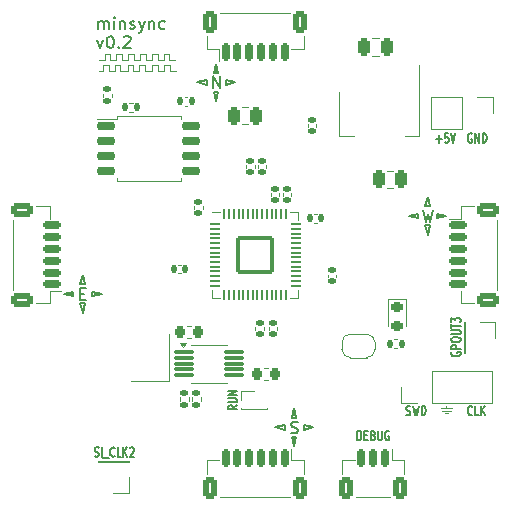
<source format=gto>
G04 #@! TF.GenerationSoftware,KiCad,Pcbnew,8.0.7*
G04 #@! TF.CreationDate,2025-03-19T21:21:16+01:00*
G04 #@! TF.ProjectId,RP2040_minimal_r2,52503230-3430-45f6-9d69-6e696d616c5f,REV2*
G04 #@! TF.SameCoordinates,Original*
G04 #@! TF.FileFunction,Legend,Top*
G04 #@! TF.FilePolarity,Positive*
%FSLAX46Y46*%
G04 Gerber Fmt 4.6, Leading zero omitted, Abs format (unit mm)*
G04 Created by KiCad (PCBNEW 8.0.7) date 2025-03-19 21:21:16*
%MOMM*%
%LPD*%
G01*
G04 APERTURE LIST*
G04 Aperture macros list*
%AMRoundRect*
0 Rectangle with rounded corners*
0 $1 Rounding radius*
0 $2 $3 $4 $5 $6 $7 $8 $9 X,Y pos of 4 corners*
0 Add a 4 corners polygon primitive as box body*
4,1,4,$2,$3,$4,$5,$6,$7,$8,$9,$2,$3,0*
0 Add four circle primitives for the rounded corners*
1,1,$1+$1,$2,$3*
1,1,$1+$1,$4,$5*
1,1,$1+$1,$6,$7*
1,1,$1+$1,$8,$9*
0 Add four rect primitives between the rounded corners*
20,1,$1+$1,$2,$3,$4,$5,0*
20,1,$1+$1,$4,$5,$6,$7,0*
20,1,$1+$1,$6,$7,$8,$9,0*
20,1,$1+$1,$8,$9,$2,$3,0*%
%AMHorizOval*
0 Thick line with rounded ends*
0 $1 width*
0 $2 $3 position (X,Y) of the first rounded end (center of the circle)*
0 $4 $5 position (X,Y) of the second rounded end (center of the circle)*
0 Add line between two ends*
20,1,$1,$2,$3,$4,$5,0*
0 Add two circle primitives to create the rounded ends*
1,1,$1,$2,$3*
1,1,$1,$4,$5*%
%AMRotRect*
0 Rectangle, with rotation*
0 The origin of the aperture is its center*
0 $1 length*
0 $2 width*
0 $3 Rotation angle, in degrees counterclockwise*
0 Add horizontal line*
21,1,$1,$2,0,0,$3*%
%AMFreePoly0*
4,1,19,0.500000,-0.750000,0.000000,-0.750000,0.000000,-0.744911,-0.071157,-0.744911,-0.207708,-0.704816,-0.327430,-0.627875,-0.420627,-0.520320,-0.479746,-0.390866,-0.500000,-0.250000,-0.500000,0.250000,-0.479746,0.390866,-0.420627,0.520320,-0.327430,0.627875,-0.207708,0.704816,-0.071157,0.744911,0.000000,0.744911,0.000000,0.750000,0.500000,0.750000,0.500000,-0.750000,0.500000,-0.750000,
$1*%
%AMFreePoly1*
4,1,19,0.000000,0.744911,0.071157,0.744911,0.207708,0.704816,0.327430,0.627875,0.420627,0.520320,0.479746,0.390866,0.500000,0.250000,0.500000,-0.250000,0.479746,-0.390866,0.420627,-0.520320,0.327430,-0.627875,0.207708,-0.704816,0.071157,-0.744911,0.000000,-0.744911,0.000000,-0.750000,-0.500000,-0.750000,-0.500000,0.750000,0.000000,0.750000,0.000000,0.744911,0.000000,0.744911,
$1*%
G04 Aperture macros list end*
%ADD10C,0.120000*%
%ADD11C,0.150000*%
%ADD12RoundRect,0.250000X-0.250000X-0.475000X0.250000X-0.475000X0.250000X0.475000X-0.250000X0.475000X0*%
%ADD13RoundRect,0.140000X0.170000X-0.140000X0.170000X0.140000X-0.170000X0.140000X-0.170000X-0.140000X0*%
%ADD14RoundRect,0.140000X0.140000X0.170000X-0.140000X0.170000X-0.140000X-0.170000X0.140000X-0.170000X0*%
%ADD15RoundRect,0.135000X0.135000X0.185000X-0.135000X0.185000X-0.135000X-0.185000X0.135000X-0.185000X0*%
%ADD16R,1.500000X2.000000*%
%ADD17R,3.800000X2.000000*%
%ADD18RoundRect,0.150000X-0.650000X-0.150000X0.650000X-0.150000X0.650000X0.150000X-0.650000X0.150000X0*%
%ADD19RoundRect,0.135000X0.185000X-0.135000X0.185000X0.135000X-0.185000X0.135000X-0.185000X-0.135000X0*%
%ADD20RoundRect,0.140000X-0.170000X0.140000X-0.170000X-0.140000X0.170000X-0.140000X0.170000X0.140000X0*%
%ADD21RoundRect,0.050000X-0.387500X-0.050000X0.387500X-0.050000X0.387500X0.050000X-0.387500X0.050000X0*%
%ADD22RoundRect,0.050000X-0.050000X-0.387500X0.050000X-0.387500X0.050000X0.387500X-0.050000X0.387500X0*%
%ADD23RoundRect,0.144000X-1.456000X-1.456000X1.456000X-1.456000X1.456000X1.456000X-1.456000X1.456000X0*%
%ADD24C,2.700000*%
%ADD25RoundRect,0.140000X-0.140000X-0.170000X0.140000X-0.170000X0.140000X0.170000X-0.140000X0.170000X0*%
%ADD26C,1.500000*%
%ADD27RoundRect,0.150000X0.150000X0.625000X-0.150000X0.625000X-0.150000X-0.625000X0.150000X-0.625000X0*%
%ADD28RoundRect,0.250000X0.350000X0.650000X-0.350000X0.650000X-0.350000X-0.650000X0.350000X-0.650000X0*%
%ADD29C,1.700000*%
%ADD30FreePoly0,180.000000*%
%ADD31FreePoly1,180.000000*%
%ADD32R,1.200000X1.400000*%
%ADD33RoundRect,0.135000X-0.185000X0.135000X-0.185000X-0.135000X0.185000X-0.135000X0.185000X0.135000X0*%
%ADD34RoundRect,0.218750X-0.256250X0.218750X-0.256250X-0.218750X0.256250X-0.218750X0.256250X0.218750X0*%
%ADD35R,1.000000X1.000000*%
%ADD36RoundRect,0.225000X-0.225000X-0.250000X0.225000X-0.250000X0.225000X0.250000X-0.225000X0.250000X0*%
%ADD37RoundRect,0.150000X0.625000X-0.150000X0.625000X0.150000X-0.625000X0.150000X-0.625000X-0.150000X0*%
%ADD38RoundRect,0.250000X0.650000X-0.350000X0.650000X0.350000X-0.650000X0.350000X-0.650000X-0.350000X0*%
%ADD39R,1.700000X1.700000*%
%ADD40O,1.700000X1.700000*%
%ADD41RoundRect,0.150000X-0.625000X0.150000X-0.625000X-0.150000X0.625000X-0.150000X0.625000X0.150000X0*%
%ADD42RoundRect,0.250000X-0.650000X0.350000X-0.650000X-0.350000X0.650000X-0.350000X0.650000X0.350000X0*%
%ADD43R,0.750000X1.000000*%
%ADD44RoundRect,0.087500X-0.725000X-0.087500X0.725000X-0.087500X0.725000X0.087500X-0.725000X0.087500X0*%
%ADD45RoundRect,0.150000X-0.150000X-0.625000X0.150000X-0.625000X0.150000X0.625000X-0.150000X0.625000X0*%
%ADD46RoundRect,0.250000X-0.350000X-0.650000X0.350000X-0.650000X0.350000X0.650000X-0.350000X0.650000X0*%
%ADD47RotRect,1.700000X1.700000X225.000000*%
%ADD48HorizOval,1.700000X0.000000X0.000000X0.000000X0.000000X0*%
%ADD49C,0.600000*%
G04 APERTURE END LIST*
D10*
X91300000Y-83900000D02*
X91800000Y-83900000D01*
X89750000Y-83500000D02*
X90250000Y-83500000D01*
X89750000Y-83000000D02*
X89750000Y-83500000D01*
X90250000Y-83500000D02*
X90250000Y-83000000D01*
X86750000Y-83500000D02*
X87250000Y-83500000D01*
D11*
X95900000Y-85600000D02*
X95100000Y-85400000D01*
X95900000Y-85200000D01*
X95900000Y-85600000D01*
D10*
X92250000Y-83500000D02*
X92250000Y-83000000D01*
D11*
X96900000Y-84600000D02*
X96500000Y-84600000D01*
X96700000Y-83800000D01*
X96900000Y-84600000D01*
G36*
X96900000Y-84600000D02*
G01*
X96500000Y-84600000D01*
X96700000Y-83800000D01*
X96900000Y-84600000D01*
G37*
D10*
X90800000Y-84400000D02*
X91300000Y-84400000D01*
X92300000Y-84400000D02*
X92300000Y-83900000D01*
X91250000Y-83500000D02*
X91250000Y-83000000D01*
X88700000Y-84400000D02*
X89200000Y-84400000D01*
X88750000Y-83500000D02*
X89250000Y-83500000D01*
D11*
X116200000Y-96700000D02*
X115400000Y-96900000D01*
X115400000Y-96500000D01*
X116200000Y-96700000D01*
G36*
X116200000Y-96700000D02*
G01*
X115400000Y-96900000D01*
X115400000Y-96500000D01*
X116200000Y-96700000D01*
G37*
D10*
X90200000Y-83900000D02*
X90700000Y-83900000D01*
X116200000Y-112800000D02*
X116200000Y-113000000D01*
X88250000Y-83000000D02*
X88750000Y-83000000D01*
D11*
X87000000Y-103300000D02*
X86200000Y-103500000D01*
X86200000Y-103100000D01*
X87000000Y-103300000D01*
D10*
X92750000Y-83000000D02*
X92750000Y-83500000D01*
X86750000Y-84400000D02*
X87100000Y-84400000D01*
X91750000Y-83000000D02*
X91750000Y-83500000D01*
X90750000Y-83500000D02*
X91250000Y-83500000D01*
X92300000Y-83900000D02*
X92800000Y-83900000D01*
X89250000Y-83500000D02*
X89250000Y-83000000D01*
X87600000Y-83900000D02*
X87600000Y-84400000D01*
X91250000Y-83000000D02*
X91750000Y-83000000D01*
X88600000Y-83900000D02*
X88600000Y-84400000D01*
X90250000Y-83000000D02*
X90750000Y-83000000D01*
X87100000Y-83900000D02*
X87600000Y-83900000D01*
X89700000Y-84400000D02*
X90200000Y-84400000D01*
X116075000Y-113400000D02*
X116325000Y-113400000D01*
D11*
X85600000Y-102500000D02*
X85200000Y-102500000D01*
X85400000Y-101700000D01*
X85600000Y-102500000D01*
D10*
X87250000Y-83000000D02*
X87750000Y-83000000D01*
X89200000Y-83900000D02*
X89700000Y-83900000D01*
X90750000Y-83000000D02*
X90750000Y-83500000D01*
D11*
X85400000Y-104900000D02*
X85200000Y-104100000D01*
X85600000Y-104100000D01*
X85400000Y-104900000D01*
D10*
X88750000Y-83000000D02*
X88750000Y-83500000D01*
X92250000Y-83000000D02*
X92750000Y-83000000D01*
X92800000Y-84400000D02*
X93300000Y-84400000D01*
X90700000Y-83900000D02*
X90700000Y-84400000D01*
D11*
X84600000Y-103500000D02*
X83800000Y-103300000D01*
X84600000Y-103100000D01*
X84600000Y-103500000D01*
G36*
X84600000Y-103500000D02*
G01*
X83800000Y-103300000D01*
X84600000Y-103100000D01*
X84600000Y-103500000D01*
G37*
D10*
X88250000Y-83500000D02*
X88250000Y-83000000D01*
D11*
X114600000Y-98300000D02*
X114400000Y-97500000D01*
X114800000Y-97500000D01*
X114600000Y-98300000D01*
X98300000Y-85400000D02*
X97500000Y-85600000D01*
X97500000Y-85200000D01*
X98300000Y-85400000D01*
D10*
X88700000Y-84400000D02*
X88600000Y-84400000D01*
D11*
X96700000Y-87000000D02*
X96500000Y-86200000D01*
X96900000Y-86200000D01*
X96700000Y-87000000D01*
D10*
X89700000Y-83900000D02*
X89700000Y-84400000D01*
X87600000Y-84400000D02*
X88100000Y-84400000D01*
X91750000Y-83500000D02*
X92250000Y-83500000D01*
X116200000Y-113000000D02*
X115700000Y-113000000D01*
X116200000Y-113000000D02*
X116700000Y-113000000D01*
X89250000Y-83000000D02*
X89750000Y-83000000D01*
X87250000Y-83500000D02*
X87250000Y-83000000D01*
X91800000Y-84400000D02*
X92300000Y-84400000D01*
X87750000Y-83500000D02*
X88250000Y-83500000D01*
D11*
X114800000Y-95900000D02*
X114400000Y-95900000D01*
X114600000Y-95100000D01*
X114800000Y-95900000D01*
D10*
X92750000Y-83500000D02*
X93250000Y-83500000D01*
X89200000Y-84400000D02*
X89200000Y-83900000D01*
D11*
X102500000Y-114800000D02*
X101700000Y-114600000D01*
X102500000Y-114400000D01*
X102500000Y-114800000D01*
D10*
X87100000Y-84400000D02*
X87100000Y-83900000D01*
X92800000Y-83900000D02*
X92800000Y-84400000D01*
X88100000Y-84400000D02*
X88100000Y-83900000D01*
X115850000Y-113200000D02*
X116550000Y-113200000D01*
D11*
X103300000Y-116200000D02*
X103100000Y-115400000D01*
X103500000Y-115400000D01*
X103300000Y-116200000D01*
G36*
X103300000Y-116200000D02*
G01*
X103100000Y-115400000D01*
X103500000Y-115400000D01*
X103300000Y-116200000D01*
G37*
D10*
X91800000Y-83900000D02*
X91800000Y-84400000D01*
D11*
X104900000Y-114600000D02*
X104100000Y-114800000D01*
X104100000Y-114400000D01*
X104900000Y-114600000D01*
X113800000Y-96900000D02*
X113000000Y-96700000D01*
X113800000Y-96500000D01*
X113800000Y-96900000D01*
X103500000Y-113800000D02*
X103100000Y-113800000D01*
X103300000Y-113000000D01*
X103500000Y-113800000D01*
D10*
X90800000Y-84400000D02*
X90700000Y-84400000D01*
X90200000Y-84400000D02*
X90200000Y-83900000D01*
X91300000Y-84400000D02*
X91300000Y-83900000D01*
X87750000Y-83000000D02*
X87750000Y-83500000D01*
X88100000Y-83900000D02*
X88600000Y-83900000D01*
D11*
X98494295Y-112742856D02*
X98113342Y-112942856D01*
X98494295Y-113085713D02*
X97694295Y-113085713D01*
X97694295Y-113085713D02*
X97694295Y-112857142D01*
X97694295Y-112857142D02*
X97732390Y-112799999D01*
X97732390Y-112799999D02*
X97770485Y-112771428D01*
X97770485Y-112771428D02*
X97846676Y-112742856D01*
X97846676Y-112742856D02*
X97960961Y-112742856D01*
X97960961Y-112742856D02*
X98037152Y-112771428D01*
X98037152Y-112771428D02*
X98075247Y-112799999D01*
X98075247Y-112799999D02*
X98113342Y-112857142D01*
X98113342Y-112857142D02*
X98113342Y-113085713D01*
X97694295Y-112485713D02*
X98341914Y-112485713D01*
X98341914Y-112485713D02*
X98418104Y-112457142D01*
X98418104Y-112457142D02*
X98456200Y-112428571D01*
X98456200Y-112428571D02*
X98494295Y-112371428D01*
X98494295Y-112371428D02*
X98494295Y-112257142D01*
X98494295Y-112257142D02*
X98456200Y-112199999D01*
X98456200Y-112199999D02*
X98418104Y-112171428D01*
X98418104Y-112171428D02*
X98341914Y-112142856D01*
X98341914Y-112142856D02*
X97694295Y-112142856D01*
X98494295Y-111857142D02*
X97694295Y-111857142D01*
X97694295Y-111857142D02*
X98494295Y-111514285D01*
X98494295Y-111514285D02*
X97694295Y-111514285D01*
X86412969Y-117056200D02*
X86498684Y-117094295D01*
X86498684Y-117094295D02*
X86641541Y-117094295D01*
X86641541Y-117094295D02*
X86698684Y-117056200D01*
X86698684Y-117056200D02*
X86727255Y-117018104D01*
X86727255Y-117018104D02*
X86755826Y-116941914D01*
X86755826Y-116941914D02*
X86755826Y-116865723D01*
X86755826Y-116865723D02*
X86727255Y-116789533D01*
X86727255Y-116789533D02*
X86698684Y-116751438D01*
X86698684Y-116751438D02*
X86641541Y-116713342D01*
X86641541Y-116713342D02*
X86527255Y-116675247D01*
X86527255Y-116675247D02*
X86470112Y-116637152D01*
X86470112Y-116637152D02*
X86441541Y-116599057D01*
X86441541Y-116599057D02*
X86412969Y-116522866D01*
X86412969Y-116522866D02*
X86412969Y-116446676D01*
X86412969Y-116446676D02*
X86441541Y-116370485D01*
X86441541Y-116370485D02*
X86470112Y-116332390D01*
X86470112Y-116332390D02*
X86527255Y-116294295D01*
X86527255Y-116294295D02*
X86670112Y-116294295D01*
X86670112Y-116294295D02*
X86755826Y-116332390D01*
X87012970Y-117094295D02*
X87012970Y-116294295D01*
X87155827Y-117170485D02*
X87612969Y-117170485D01*
X88098684Y-117018104D02*
X88070112Y-117056200D01*
X88070112Y-117056200D02*
X87984398Y-117094295D01*
X87984398Y-117094295D02*
X87927255Y-117094295D01*
X87927255Y-117094295D02*
X87841541Y-117056200D01*
X87841541Y-117056200D02*
X87784398Y-116980009D01*
X87784398Y-116980009D02*
X87755827Y-116903819D01*
X87755827Y-116903819D02*
X87727255Y-116751438D01*
X87727255Y-116751438D02*
X87727255Y-116637152D01*
X87727255Y-116637152D02*
X87755827Y-116484771D01*
X87755827Y-116484771D02*
X87784398Y-116408580D01*
X87784398Y-116408580D02*
X87841541Y-116332390D01*
X87841541Y-116332390D02*
X87927255Y-116294295D01*
X87927255Y-116294295D02*
X87984398Y-116294295D01*
X87984398Y-116294295D02*
X88070112Y-116332390D01*
X88070112Y-116332390D02*
X88098684Y-116370485D01*
X88641541Y-117094295D02*
X88355827Y-117094295D01*
X88355827Y-117094295D02*
X88355827Y-116294295D01*
X88841541Y-117094295D02*
X88841541Y-116294295D01*
X89184398Y-117094295D02*
X88927255Y-116637152D01*
X89184398Y-116294295D02*
X88841541Y-116751438D01*
X89412969Y-116370485D02*
X89441541Y-116332390D01*
X89441541Y-116332390D02*
X89498684Y-116294295D01*
X89498684Y-116294295D02*
X89641541Y-116294295D01*
X89641541Y-116294295D02*
X89698684Y-116332390D01*
X89698684Y-116332390D02*
X89727255Y-116370485D01*
X89727255Y-116370485D02*
X89755826Y-116446676D01*
X89755826Y-116446676D02*
X89755826Y-116522866D01*
X89755826Y-116522866D02*
X89727255Y-116637152D01*
X89727255Y-116637152D02*
X89384398Y-117094295D01*
X89384398Y-117094295D02*
X89755826Y-117094295D01*
X112812969Y-113556200D02*
X112898684Y-113594295D01*
X112898684Y-113594295D02*
X113041541Y-113594295D01*
X113041541Y-113594295D02*
X113098684Y-113556200D01*
X113098684Y-113556200D02*
X113127255Y-113518104D01*
X113127255Y-113518104D02*
X113155826Y-113441914D01*
X113155826Y-113441914D02*
X113155826Y-113365723D01*
X113155826Y-113365723D02*
X113127255Y-113289533D01*
X113127255Y-113289533D02*
X113098684Y-113251438D01*
X113098684Y-113251438D02*
X113041541Y-113213342D01*
X113041541Y-113213342D02*
X112927255Y-113175247D01*
X112927255Y-113175247D02*
X112870112Y-113137152D01*
X112870112Y-113137152D02*
X112841541Y-113099057D01*
X112841541Y-113099057D02*
X112812969Y-113022866D01*
X112812969Y-113022866D02*
X112812969Y-112946676D01*
X112812969Y-112946676D02*
X112841541Y-112870485D01*
X112841541Y-112870485D02*
X112870112Y-112832390D01*
X112870112Y-112832390D02*
X112927255Y-112794295D01*
X112927255Y-112794295D02*
X113070112Y-112794295D01*
X113070112Y-112794295D02*
X113155826Y-112832390D01*
X113355827Y-112794295D02*
X113498684Y-113594295D01*
X113498684Y-113594295D02*
X113612970Y-113022866D01*
X113612970Y-113022866D02*
X113727255Y-113594295D01*
X113727255Y-113594295D02*
X113870113Y-112794295D01*
X114098684Y-113594295D02*
X114098684Y-112794295D01*
X114098684Y-112794295D02*
X114241541Y-112794295D01*
X114241541Y-112794295D02*
X114327255Y-112832390D01*
X114327255Y-112832390D02*
X114384398Y-112908580D01*
X114384398Y-112908580D02*
X114412969Y-112984771D01*
X114412969Y-112984771D02*
X114441541Y-113137152D01*
X114441541Y-113137152D02*
X114441541Y-113251438D01*
X114441541Y-113251438D02*
X114412969Y-113403819D01*
X114412969Y-113403819D02*
X114384398Y-113480009D01*
X114384398Y-113480009D02*
X114327255Y-113556200D01*
X114327255Y-113556200D02*
X114241541Y-113594295D01*
X114241541Y-113594295D02*
X114098684Y-113594295D01*
X118384398Y-113518104D02*
X118355826Y-113556200D01*
X118355826Y-113556200D02*
X118270112Y-113594295D01*
X118270112Y-113594295D02*
X118212969Y-113594295D01*
X118212969Y-113594295D02*
X118127255Y-113556200D01*
X118127255Y-113556200D02*
X118070112Y-113480009D01*
X118070112Y-113480009D02*
X118041541Y-113403819D01*
X118041541Y-113403819D02*
X118012969Y-113251438D01*
X118012969Y-113251438D02*
X118012969Y-113137152D01*
X118012969Y-113137152D02*
X118041541Y-112984771D01*
X118041541Y-112984771D02*
X118070112Y-112908580D01*
X118070112Y-112908580D02*
X118127255Y-112832390D01*
X118127255Y-112832390D02*
X118212969Y-112794295D01*
X118212969Y-112794295D02*
X118270112Y-112794295D01*
X118270112Y-112794295D02*
X118355826Y-112832390D01*
X118355826Y-112832390D02*
X118384398Y-112870485D01*
X118927255Y-113594295D02*
X118641541Y-113594295D01*
X118641541Y-113594295D02*
X118641541Y-112794295D01*
X119127255Y-113594295D02*
X119127255Y-112794295D01*
X119470112Y-113594295D02*
X119212969Y-113137152D01*
X119470112Y-112794295D02*
X119127255Y-113251438D01*
X118342857Y-89732390D02*
X118285715Y-89694295D01*
X118285715Y-89694295D02*
X118200000Y-89694295D01*
X118200000Y-89694295D02*
X118114286Y-89732390D01*
X118114286Y-89732390D02*
X118057143Y-89808580D01*
X118057143Y-89808580D02*
X118028572Y-89884771D01*
X118028572Y-89884771D02*
X118000000Y-90037152D01*
X118000000Y-90037152D02*
X118000000Y-90151438D01*
X118000000Y-90151438D02*
X118028572Y-90303819D01*
X118028572Y-90303819D02*
X118057143Y-90380009D01*
X118057143Y-90380009D02*
X118114286Y-90456200D01*
X118114286Y-90456200D02*
X118200000Y-90494295D01*
X118200000Y-90494295D02*
X118257143Y-90494295D01*
X118257143Y-90494295D02*
X118342857Y-90456200D01*
X118342857Y-90456200D02*
X118371429Y-90418104D01*
X118371429Y-90418104D02*
X118371429Y-90151438D01*
X118371429Y-90151438D02*
X118257143Y-90151438D01*
X118628572Y-90494295D02*
X118628572Y-89694295D01*
X118628572Y-89694295D02*
X118971429Y-90494295D01*
X118971429Y-90494295D02*
X118971429Y-89694295D01*
X119257143Y-90494295D02*
X119257143Y-89694295D01*
X119257143Y-89694295D02*
X119400000Y-89694295D01*
X119400000Y-89694295D02*
X119485714Y-89732390D01*
X119485714Y-89732390D02*
X119542857Y-89808580D01*
X119542857Y-89808580D02*
X119571428Y-89884771D01*
X119571428Y-89884771D02*
X119600000Y-90037152D01*
X119600000Y-90037152D02*
X119600000Y-90151438D01*
X119600000Y-90151438D02*
X119571428Y-90303819D01*
X119571428Y-90303819D02*
X119542857Y-90380009D01*
X119542857Y-90380009D02*
X119485714Y-90456200D01*
X119485714Y-90456200D02*
X119400000Y-90494295D01*
X119400000Y-90494295D02*
X119257143Y-90494295D01*
X86736779Y-80859875D02*
X86736779Y-80193208D01*
X86736779Y-80288446D02*
X86784398Y-80240827D01*
X86784398Y-80240827D02*
X86879636Y-80193208D01*
X86879636Y-80193208D02*
X87022493Y-80193208D01*
X87022493Y-80193208D02*
X87117731Y-80240827D01*
X87117731Y-80240827D02*
X87165350Y-80336065D01*
X87165350Y-80336065D02*
X87165350Y-80859875D01*
X87165350Y-80336065D02*
X87212969Y-80240827D01*
X87212969Y-80240827D02*
X87308207Y-80193208D01*
X87308207Y-80193208D02*
X87451064Y-80193208D01*
X87451064Y-80193208D02*
X87546303Y-80240827D01*
X87546303Y-80240827D02*
X87593922Y-80336065D01*
X87593922Y-80336065D02*
X87593922Y-80859875D01*
X88070112Y-80859875D02*
X88070112Y-80193208D01*
X88070112Y-79859875D02*
X88022493Y-79907494D01*
X88022493Y-79907494D02*
X88070112Y-79955113D01*
X88070112Y-79955113D02*
X88117731Y-79907494D01*
X88117731Y-79907494D02*
X88070112Y-79859875D01*
X88070112Y-79859875D02*
X88070112Y-79955113D01*
X88546302Y-80193208D02*
X88546302Y-80859875D01*
X88546302Y-80288446D02*
X88593921Y-80240827D01*
X88593921Y-80240827D02*
X88689159Y-80193208D01*
X88689159Y-80193208D02*
X88832016Y-80193208D01*
X88832016Y-80193208D02*
X88927254Y-80240827D01*
X88927254Y-80240827D02*
X88974873Y-80336065D01*
X88974873Y-80336065D02*
X88974873Y-80859875D01*
X89403445Y-80812256D02*
X89498683Y-80859875D01*
X89498683Y-80859875D02*
X89689159Y-80859875D01*
X89689159Y-80859875D02*
X89784397Y-80812256D01*
X89784397Y-80812256D02*
X89832016Y-80717017D01*
X89832016Y-80717017D02*
X89832016Y-80669398D01*
X89832016Y-80669398D02*
X89784397Y-80574160D01*
X89784397Y-80574160D02*
X89689159Y-80526541D01*
X89689159Y-80526541D02*
X89546302Y-80526541D01*
X89546302Y-80526541D02*
X89451064Y-80478922D01*
X89451064Y-80478922D02*
X89403445Y-80383684D01*
X89403445Y-80383684D02*
X89403445Y-80336065D01*
X89403445Y-80336065D02*
X89451064Y-80240827D01*
X89451064Y-80240827D02*
X89546302Y-80193208D01*
X89546302Y-80193208D02*
X89689159Y-80193208D01*
X89689159Y-80193208D02*
X89784397Y-80240827D01*
X90165350Y-80193208D02*
X90403445Y-80859875D01*
X90641540Y-80193208D02*
X90403445Y-80859875D01*
X90403445Y-80859875D02*
X90308207Y-81097970D01*
X90308207Y-81097970D02*
X90260588Y-81145589D01*
X90260588Y-81145589D02*
X90165350Y-81193208D01*
X91022493Y-80193208D02*
X91022493Y-80859875D01*
X91022493Y-80288446D02*
X91070112Y-80240827D01*
X91070112Y-80240827D02*
X91165350Y-80193208D01*
X91165350Y-80193208D02*
X91308207Y-80193208D01*
X91308207Y-80193208D02*
X91403445Y-80240827D01*
X91403445Y-80240827D02*
X91451064Y-80336065D01*
X91451064Y-80336065D02*
X91451064Y-80859875D01*
X92355826Y-80812256D02*
X92260588Y-80859875D01*
X92260588Y-80859875D02*
X92070112Y-80859875D01*
X92070112Y-80859875D02*
X91974874Y-80812256D01*
X91974874Y-80812256D02*
X91927255Y-80764636D01*
X91927255Y-80764636D02*
X91879636Y-80669398D01*
X91879636Y-80669398D02*
X91879636Y-80383684D01*
X91879636Y-80383684D02*
X91927255Y-80288446D01*
X91927255Y-80288446D02*
X91974874Y-80240827D01*
X91974874Y-80240827D02*
X92070112Y-80193208D01*
X92070112Y-80193208D02*
X92260588Y-80193208D01*
X92260588Y-80193208D02*
X92355826Y-80240827D01*
X86641541Y-81803152D02*
X86879636Y-82469819D01*
X86879636Y-82469819D02*
X87117731Y-81803152D01*
X87689160Y-81469819D02*
X87784398Y-81469819D01*
X87784398Y-81469819D02*
X87879636Y-81517438D01*
X87879636Y-81517438D02*
X87927255Y-81565057D01*
X87927255Y-81565057D02*
X87974874Y-81660295D01*
X87974874Y-81660295D02*
X88022493Y-81850771D01*
X88022493Y-81850771D02*
X88022493Y-82088866D01*
X88022493Y-82088866D02*
X87974874Y-82279342D01*
X87974874Y-82279342D02*
X87927255Y-82374580D01*
X87927255Y-82374580D02*
X87879636Y-82422200D01*
X87879636Y-82422200D02*
X87784398Y-82469819D01*
X87784398Y-82469819D02*
X87689160Y-82469819D01*
X87689160Y-82469819D02*
X87593922Y-82422200D01*
X87593922Y-82422200D02*
X87546303Y-82374580D01*
X87546303Y-82374580D02*
X87498684Y-82279342D01*
X87498684Y-82279342D02*
X87451065Y-82088866D01*
X87451065Y-82088866D02*
X87451065Y-81850771D01*
X87451065Y-81850771D02*
X87498684Y-81660295D01*
X87498684Y-81660295D02*
X87546303Y-81565057D01*
X87546303Y-81565057D02*
X87593922Y-81517438D01*
X87593922Y-81517438D02*
X87689160Y-81469819D01*
X88451065Y-82374580D02*
X88498684Y-82422200D01*
X88498684Y-82422200D02*
X88451065Y-82469819D01*
X88451065Y-82469819D02*
X88403446Y-82422200D01*
X88403446Y-82422200D02*
X88451065Y-82374580D01*
X88451065Y-82374580D02*
X88451065Y-82469819D01*
X88879636Y-81565057D02*
X88927255Y-81517438D01*
X88927255Y-81517438D02*
X89022493Y-81469819D01*
X89022493Y-81469819D02*
X89260588Y-81469819D01*
X89260588Y-81469819D02*
X89355826Y-81517438D01*
X89355826Y-81517438D02*
X89403445Y-81565057D01*
X89403445Y-81565057D02*
X89451064Y-81660295D01*
X89451064Y-81660295D02*
X89451064Y-81755533D01*
X89451064Y-81755533D02*
X89403445Y-81898390D01*
X89403445Y-81898390D02*
X88832017Y-82469819D01*
X88832017Y-82469819D02*
X89451064Y-82469819D01*
X96436779Y-85869819D02*
X96436779Y-84869819D01*
X96436779Y-84869819D02*
X97008207Y-85869819D01*
X97008207Y-85869819D02*
X97008207Y-84869819D01*
X103039160Y-115072200D02*
X103182017Y-115119819D01*
X103182017Y-115119819D02*
X103420112Y-115119819D01*
X103420112Y-115119819D02*
X103515350Y-115072200D01*
X103515350Y-115072200D02*
X103562969Y-115024580D01*
X103562969Y-115024580D02*
X103610588Y-114929342D01*
X103610588Y-114929342D02*
X103610588Y-114834104D01*
X103610588Y-114834104D02*
X103562969Y-114738866D01*
X103562969Y-114738866D02*
X103515350Y-114691247D01*
X103515350Y-114691247D02*
X103420112Y-114643628D01*
X103420112Y-114643628D02*
X103229636Y-114596009D01*
X103229636Y-114596009D02*
X103134398Y-114548390D01*
X103134398Y-114548390D02*
X103086779Y-114500771D01*
X103086779Y-114500771D02*
X103039160Y-114405533D01*
X103039160Y-114405533D02*
X103039160Y-114310295D01*
X103039160Y-114310295D02*
X103086779Y-114215057D01*
X103086779Y-114215057D02*
X103134398Y-114167438D01*
X103134398Y-114167438D02*
X103229636Y-114119819D01*
X103229636Y-114119819D02*
X103467731Y-114119819D01*
X103467731Y-114119819D02*
X103610588Y-114167438D01*
X114191541Y-96219819D02*
X114429636Y-97219819D01*
X114429636Y-97219819D02*
X114620112Y-96505533D01*
X114620112Y-96505533D02*
X114810588Y-97219819D01*
X114810588Y-97219819D02*
X115048684Y-96219819D01*
X108657143Y-115694295D02*
X108657143Y-114894295D01*
X108657143Y-114894295D02*
X108800000Y-114894295D01*
X108800000Y-114894295D02*
X108885714Y-114932390D01*
X108885714Y-114932390D02*
X108942857Y-115008580D01*
X108942857Y-115008580D02*
X108971428Y-115084771D01*
X108971428Y-115084771D02*
X109000000Y-115237152D01*
X109000000Y-115237152D02*
X109000000Y-115351438D01*
X109000000Y-115351438D02*
X108971428Y-115503819D01*
X108971428Y-115503819D02*
X108942857Y-115580009D01*
X108942857Y-115580009D02*
X108885714Y-115656200D01*
X108885714Y-115656200D02*
X108800000Y-115694295D01*
X108800000Y-115694295D02*
X108657143Y-115694295D01*
X109257143Y-115275247D02*
X109457143Y-115275247D01*
X109542857Y-115694295D02*
X109257143Y-115694295D01*
X109257143Y-115694295D02*
X109257143Y-114894295D01*
X109257143Y-114894295D02*
X109542857Y-114894295D01*
X110000000Y-115275247D02*
X110085714Y-115313342D01*
X110085714Y-115313342D02*
X110114285Y-115351438D01*
X110114285Y-115351438D02*
X110142857Y-115427628D01*
X110142857Y-115427628D02*
X110142857Y-115541914D01*
X110142857Y-115541914D02*
X110114285Y-115618104D01*
X110114285Y-115618104D02*
X110085714Y-115656200D01*
X110085714Y-115656200D02*
X110028571Y-115694295D01*
X110028571Y-115694295D02*
X109800000Y-115694295D01*
X109800000Y-115694295D02*
X109800000Y-114894295D01*
X109800000Y-114894295D02*
X110000000Y-114894295D01*
X110000000Y-114894295D02*
X110057143Y-114932390D01*
X110057143Y-114932390D02*
X110085714Y-114970485D01*
X110085714Y-114970485D02*
X110114285Y-115046676D01*
X110114285Y-115046676D02*
X110114285Y-115122866D01*
X110114285Y-115122866D02*
X110085714Y-115199057D01*
X110085714Y-115199057D02*
X110057143Y-115237152D01*
X110057143Y-115237152D02*
X110000000Y-115275247D01*
X110000000Y-115275247D02*
X109800000Y-115275247D01*
X110400000Y-114894295D02*
X110400000Y-115541914D01*
X110400000Y-115541914D02*
X110428571Y-115618104D01*
X110428571Y-115618104D02*
X110457143Y-115656200D01*
X110457143Y-115656200D02*
X110514285Y-115694295D01*
X110514285Y-115694295D02*
X110628571Y-115694295D01*
X110628571Y-115694295D02*
X110685714Y-115656200D01*
X110685714Y-115656200D02*
X110714285Y-115618104D01*
X110714285Y-115618104D02*
X110742857Y-115541914D01*
X110742857Y-115541914D02*
X110742857Y-114894295D01*
X111342856Y-114932390D02*
X111285714Y-114894295D01*
X111285714Y-114894295D02*
X111199999Y-114894295D01*
X111199999Y-114894295D02*
X111114285Y-114932390D01*
X111114285Y-114932390D02*
X111057142Y-115008580D01*
X111057142Y-115008580D02*
X111028571Y-115084771D01*
X111028571Y-115084771D02*
X110999999Y-115237152D01*
X110999999Y-115237152D02*
X110999999Y-115351438D01*
X110999999Y-115351438D02*
X111028571Y-115503819D01*
X111028571Y-115503819D02*
X111057142Y-115580009D01*
X111057142Y-115580009D02*
X111114285Y-115656200D01*
X111114285Y-115656200D02*
X111199999Y-115694295D01*
X111199999Y-115694295D02*
X111257142Y-115694295D01*
X111257142Y-115694295D02*
X111342856Y-115656200D01*
X111342856Y-115656200D02*
X111371428Y-115618104D01*
X111371428Y-115618104D02*
X111371428Y-115351438D01*
X111371428Y-115351438D02*
X111257142Y-115351438D01*
X115328571Y-90189533D02*
X115785714Y-90189533D01*
X115557142Y-90494295D02*
X115557142Y-89884771D01*
X116357142Y-89694295D02*
X116071428Y-89694295D01*
X116071428Y-89694295D02*
X116042856Y-90075247D01*
X116042856Y-90075247D02*
X116071428Y-90037152D01*
X116071428Y-90037152D02*
X116128571Y-89999057D01*
X116128571Y-89999057D02*
X116271428Y-89999057D01*
X116271428Y-89999057D02*
X116328571Y-90037152D01*
X116328571Y-90037152D02*
X116357142Y-90075247D01*
X116357142Y-90075247D02*
X116385713Y-90151438D01*
X116385713Y-90151438D02*
X116385713Y-90341914D01*
X116385713Y-90341914D02*
X116357142Y-90418104D01*
X116357142Y-90418104D02*
X116328571Y-90456200D01*
X116328571Y-90456200D02*
X116271428Y-90494295D01*
X116271428Y-90494295D02*
X116128571Y-90494295D01*
X116128571Y-90494295D02*
X116071428Y-90456200D01*
X116071428Y-90456200D02*
X116042856Y-90418104D01*
X116557142Y-89694295D02*
X116757142Y-90494295D01*
X116757142Y-90494295D02*
X116957142Y-89694295D01*
X85186779Y-103296009D02*
X85520112Y-103296009D01*
X85662969Y-103819819D02*
X85186779Y-103819819D01*
X85186779Y-103819819D02*
X85186779Y-102819819D01*
X85186779Y-102819819D02*
X85662969Y-102819819D01*
X116632390Y-108244173D02*
X116594295Y-108301316D01*
X116594295Y-108301316D02*
X116594295Y-108387030D01*
X116594295Y-108387030D02*
X116632390Y-108472744D01*
X116632390Y-108472744D02*
X116708580Y-108529887D01*
X116708580Y-108529887D02*
X116784771Y-108558458D01*
X116784771Y-108558458D02*
X116937152Y-108587030D01*
X116937152Y-108587030D02*
X117051438Y-108587030D01*
X117051438Y-108587030D02*
X117203819Y-108558458D01*
X117203819Y-108558458D02*
X117280009Y-108529887D01*
X117280009Y-108529887D02*
X117356200Y-108472744D01*
X117356200Y-108472744D02*
X117394295Y-108387030D01*
X117394295Y-108387030D02*
X117394295Y-108329887D01*
X117394295Y-108329887D02*
X117356200Y-108244173D01*
X117356200Y-108244173D02*
X117318104Y-108215601D01*
X117318104Y-108215601D02*
X117051438Y-108215601D01*
X117051438Y-108215601D02*
X117051438Y-108329887D01*
X117394295Y-107958458D02*
X116594295Y-107958458D01*
X116594295Y-107958458D02*
X116594295Y-107729887D01*
X116594295Y-107729887D02*
X116632390Y-107672744D01*
X116632390Y-107672744D02*
X116670485Y-107644173D01*
X116670485Y-107644173D02*
X116746676Y-107615601D01*
X116746676Y-107615601D02*
X116860961Y-107615601D01*
X116860961Y-107615601D02*
X116937152Y-107644173D01*
X116937152Y-107644173D02*
X116975247Y-107672744D01*
X116975247Y-107672744D02*
X117013342Y-107729887D01*
X117013342Y-107729887D02*
X117013342Y-107958458D01*
X116594295Y-107244173D02*
X116594295Y-107129887D01*
X116594295Y-107129887D02*
X116632390Y-107072744D01*
X116632390Y-107072744D02*
X116708580Y-107015601D01*
X116708580Y-107015601D02*
X116860961Y-106987030D01*
X116860961Y-106987030D02*
X117127628Y-106987030D01*
X117127628Y-106987030D02*
X117280009Y-107015601D01*
X117280009Y-107015601D02*
X117356200Y-107072744D01*
X117356200Y-107072744D02*
X117394295Y-107129887D01*
X117394295Y-107129887D02*
X117394295Y-107244173D01*
X117394295Y-107244173D02*
X117356200Y-107301316D01*
X117356200Y-107301316D02*
X117280009Y-107358458D01*
X117280009Y-107358458D02*
X117127628Y-107387030D01*
X117127628Y-107387030D02*
X116860961Y-107387030D01*
X116860961Y-107387030D02*
X116708580Y-107358458D01*
X116708580Y-107358458D02*
X116632390Y-107301316D01*
X116632390Y-107301316D02*
X116594295Y-107244173D01*
X116594295Y-106729887D02*
X117241914Y-106729887D01*
X117241914Y-106729887D02*
X117318104Y-106701316D01*
X117318104Y-106701316D02*
X117356200Y-106672745D01*
X117356200Y-106672745D02*
X117394295Y-106615602D01*
X117394295Y-106615602D02*
X117394295Y-106501316D01*
X117394295Y-106501316D02*
X117356200Y-106444173D01*
X117356200Y-106444173D02*
X117318104Y-106415602D01*
X117318104Y-106415602D02*
X117241914Y-106387030D01*
X117241914Y-106387030D02*
X116594295Y-106387030D01*
X116594295Y-106187031D02*
X116594295Y-105844174D01*
X117394295Y-106015602D02*
X116594295Y-106015602D01*
X116594295Y-105701316D02*
X116594295Y-105329888D01*
X116594295Y-105329888D02*
X116899057Y-105529888D01*
X116899057Y-105529888D02*
X116899057Y-105444173D01*
X116899057Y-105444173D02*
X116937152Y-105387031D01*
X116937152Y-105387031D02*
X116975247Y-105358459D01*
X116975247Y-105358459D02*
X117051438Y-105329888D01*
X117051438Y-105329888D02*
X117241914Y-105329888D01*
X117241914Y-105329888D02*
X117318104Y-105358459D01*
X117318104Y-105358459D02*
X117356200Y-105387031D01*
X117356200Y-105387031D02*
X117394295Y-105444173D01*
X117394295Y-105444173D02*
X117394295Y-105615602D01*
X117394295Y-105615602D02*
X117356200Y-105672745D01*
X117356200Y-105672745D02*
X117318104Y-105701316D01*
D10*
X111138748Y-92865000D02*
X111661252Y-92865000D01*
X111138748Y-94335000D02*
X111661252Y-94335000D01*
X102340000Y-95007836D02*
X102340000Y-94792164D01*
X103060000Y-95007836D02*
X103060000Y-94792164D01*
X101340000Y-95007836D02*
X101340000Y-94792164D01*
X102060000Y-95007836D02*
X102060000Y-94792164D01*
X93722836Y-100840000D02*
X93507164Y-100840000D01*
X93722836Y-101560000D02*
X93507164Y-101560000D01*
X94242836Y-86640000D02*
X94027164Y-86640000D01*
X94242836Y-87360000D02*
X94027164Y-87360000D01*
X89653641Y-87120000D02*
X89346359Y-87120000D01*
X89653641Y-87880000D02*
X89346359Y-87880000D01*
X107090000Y-86200000D02*
X107090000Y-89960000D01*
X107090000Y-89960000D02*
X108350000Y-89960000D01*
X113910000Y-83950000D02*
X113910000Y-89960000D01*
X113910000Y-89960000D02*
X112650000Y-89960000D01*
X88275000Y-88275000D02*
X88275000Y-88535000D01*
X88275000Y-88535000D02*
X86600000Y-88535000D01*
X88275000Y-93725000D02*
X88275000Y-93465000D01*
X91000000Y-88275000D02*
X88275000Y-88275000D01*
X91000000Y-88275000D02*
X93725000Y-88275000D01*
X91000000Y-93725000D02*
X88275000Y-93725000D01*
X91000000Y-93725000D02*
X93725000Y-93725000D01*
X93725000Y-88275000D02*
X93725000Y-88535000D01*
X93725000Y-93725000D02*
X93725000Y-93465000D01*
X87120000Y-86653641D02*
X87120000Y-86346359D01*
X87880000Y-86653641D02*
X87880000Y-86346359D01*
X100240000Y-92627836D02*
X100240000Y-92412164D01*
X100960000Y-92627836D02*
X100960000Y-92412164D01*
X106140000Y-101662164D02*
X106140000Y-101877836D01*
X106860000Y-101662164D02*
X106860000Y-101877836D01*
X100021000Y-106142164D02*
X100021000Y-106357836D01*
X100741000Y-106142164D02*
X100741000Y-106357836D01*
X101140000Y-106142164D02*
X101140000Y-106357836D01*
X101860000Y-106142164D02*
X101860000Y-106357836D01*
X109938748Y-81665000D02*
X110461252Y-81665000D01*
X109938748Y-83135000D02*
X110461252Y-83135000D01*
X94840000Y-96087836D02*
X94840000Y-95872164D01*
X95560000Y-96087836D02*
X95560000Y-95872164D01*
X104440000Y-89172836D02*
X104440000Y-88957164D01*
X105160000Y-89172836D02*
X105160000Y-88957164D01*
X96390000Y-103610000D02*
X96390000Y-102960000D01*
X97040000Y-96390000D02*
X96390000Y-96390000D01*
X97040000Y-103610000D02*
X96390000Y-103610000D01*
X102960000Y-96390000D02*
X103610000Y-96390000D01*
X102960000Y-103610000D02*
X103610000Y-103610000D01*
X103610000Y-96390000D02*
X103610000Y-97040000D01*
X103610000Y-103610000D02*
X103610000Y-102960000D01*
X99240000Y-92627836D02*
X99240000Y-92412164D01*
X99960000Y-92627836D02*
X99960000Y-92412164D01*
X105012164Y-96540000D02*
X105227836Y-96540000D01*
X105012164Y-97260000D02*
X105227836Y-97260000D01*
X98888748Y-87465000D02*
X99411252Y-87465000D01*
X98888748Y-88935000D02*
X99411252Y-88935000D01*
X117670000Y-105670000D02*
X117670000Y-108330000D01*
X117730000Y-105670000D02*
X117670000Y-105670000D01*
X117730000Y-105670000D02*
X117730000Y-108330000D01*
X117730000Y-108330000D02*
X117670000Y-108330000D01*
X119000000Y-105670000D02*
X120330000Y-105670000D01*
X120330000Y-105670000D02*
X120330000Y-107000000D01*
X95890000Y-117390000D02*
X96940000Y-117390000D01*
X95890000Y-118540000D02*
X95890000Y-117390000D01*
X102940000Y-120510000D02*
X97060000Y-120510000D01*
X103060000Y-117390000D02*
X103060000Y-116400000D01*
X104110000Y-117390000D02*
X103060000Y-117390000D01*
X104110000Y-118540000D02*
X104110000Y-117390000D01*
X86670000Y-117530000D02*
X86670000Y-117470000D01*
X89330000Y-117470000D02*
X86670000Y-117470000D01*
X89330000Y-117530000D02*
X86670000Y-117530000D01*
X89330000Y-117530000D02*
X89330000Y-117470000D01*
X89330000Y-118800000D02*
X89330000Y-120130000D01*
X89330000Y-120130000D02*
X88000000Y-120130000D01*
X107350000Y-108000000D02*
X107350000Y-107400000D01*
X108050000Y-106700000D02*
X109450000Y-106700000D01*
X109450000Y-108700000D02*
X108050000Y-108700000D01*
X110150000Y-107400000D02*
X110150000Y-108000000D01*
X107350000Y-107400000D02*
G75*
G02*
X108050000Y-106700000I700000J0D01*
G01*
X108050000Y-108700000D02*
G75*
G02*
X107350000Y-108000000I0J700000D01*
G01*
X109450000Y-106700000D02*
G75*
G02*
X110150000Y-107400000I1J-699999D01*
G01*
X110150000Y-108000000D02*
G75*
G02*
X109450000Y-108700000I-699999J-1D01*
G01*
X89450000Y-110700000D02*
X92750000Y-110700000D01*
X92750000Y-110700000D02*
X92750000Y-106700000D01*
X93620000Y-112046359D02*
X93620000Y-112353641D01*
X94380000Y-112046359D02*
X94380000Y-112353641D01*
X111265000Y-103752500D02*
X111265000Y-106037500D01*
X112735000Y-103752500D02*
X111265000Y-103752500D01*
X112735000Y-106037500D02*
X112735000Y-103752500D01*
X94620000Y-112046359D02*
X94620000Y-112353641D01*
X95380000Y-112046359D02*
X95380000Y-112353641D01*
X98790000Y-111540000D02*
X99900000Y-111540000D01*
X98790000Y-112300000D02*
X98790000Y-111540000D01*
X98790000Y-113060000D02*
X98790000Y-112995000D01*
X98790000Y-113060000D02*
X99336529Y-113060000D01*
X98790000Y-113060000D02*
X101010000Y-113060000D01*
X100463471Y-113060000D02*
X101010000Y-113060000D01*
X101010000Y-113060000D02*
X101010000Y-112995000D01*
X100784420Y-109590000D02*
X101065580Y-109590000D01*
X100784420Y-110610000D02*
X101065580Y-110610000D01*
X107390000Y-117390000D02*
X108440000Y-117390000D01*
X107390000Y-118540000D02*
X107390000Y-117390000D01*
X111440000Y-120510000D02*
X108560000Y-120510000D01*
X111560000Y-117390000D02*
X111560000Y-116400000D01*
X112610000Y-117390000D02*
X111560000Y-117390000D01*
X112610000Y-118540000D02*
X112610000Y-117390000D01*
X79490000Y-102940000D02*
X79490000Y-97060000D01*
X81460000Y-95890000D02*
X82610000Y-95890000D01*
X81460000Y-104110000D02*
X82610000Y-104110000D01*
X82610000Y-95890000D02*
X82610000Y-96940000D01*
X82610000Y-103060000D02*
X83600000Y-103060000D01*
X82610000Y-104110000D02*
X82610000Y-103060000D01*
X114905000Y-86670000D02*
X114905000Y-89330000D01*
X117505000Y-86670000D02*
X114905000Y-86670000D01*
X117505000Y-86670000D02*
X117505000Y-89330000D01*
X117505000Y-89330000D02*
X114905000Y-89330000D01*
X118775000Y-86670000D02*
X120105000Y-86670000D01*
X120105000Y-86670000D02*
X120105000Y-88000000D01*
X94259420Y-105990000D02*
X94540580Y-105990000D01*
X94259420Y-107010000D02*
X94540580Y-107010000D01*
X117390000Y-95890000D02*
X117390000Y-96940000D01*
X117390000Y-96940000D02*
X116400000Y-96940000D01*
X117390000Y-104110000D02*
X117390000Y-103060000D01*
X118540000Y-95890000D02*
X117390000Y-95890000D01*
X118540000Y-104110000D02*
X117390000Y-104110000D01*
X120510000Y-97060000D02*
X120510000Y-102940000D01*
X112345000Y-112530000D02*
X112345000Y-111200000D01*
X113675000Y-112530000D02*
X112345000Y-112530000D01*
X114945001Y-109870000D02*
X120084999Y-109870000D01*
X114945001Y-112530000D02*
X114945001Y-109870000D01*
X114945001Y-112530000D02*
X120084999Y-112530000D01*
X120084999Y-112530000D02*
X120084999Y-109870000D01*
X112043641Y-107157500D02*
X111736359Y-107157500D01*
X112043641Y-107917500D02*
X111736359Y-107917500D01*
X96100000Y-107590000D02*
X94600000Y-107590000D01*
X96100000Y-107590000D02*
X97600000Y-107590000D01*
X96100000Y-110810000D02*
X94600000Y-110810000D01*
X96100000Y-110810000D02*
X97600000Y-110810000D01*
X93887500Y-107765000D02*
X93647500Y-107435000D01*
X94127500Y-107435000D01*
X93887500Y-107765000D01*
G36*
X93887500Y-107765000D02*
G01*
X93647500Y-107435000D01*
X94127500Y-107435000D01*
X93887500Y-107765000D01*
G37*
X95890000Y-81460000D02*
X95890000Y-82610000D01*
X95890000Y-82610000D02*
X96940000Y-82610000D01*
X96940000Y-82610000D02*
X96940000Y-83600000D01*
X97060000Y-79490000D02*
X102940000Y-79490000D01*
X104110000Y-81460000D02*
X104110000Y-82610000D01*
X104110000Y-82610000D02*
X103060000Y-82610000D01*
%LPC*%
D12*
X110450000Y-93600000D03*
X112350000Y-93600000D03*
D13*
X102700000Y-95380000D03*
X102700000Y-94420000D03*
X101700000Y-95380000D03*
X101700000Y-94420000D03*
D14*
X94095000Y-101200000D03*
X93135000Y-101200000D03*
X94615000Y-87000000D03*
X93655000Y-87000000D03*
D15*
X90010000Y-87500000D03*
X88990000Y-87500000D03*
D16*
X112800000Y-84900000D03*
X110500000Y-84900000D03*
D17*
X110500000Y-91200000D03*
D16*
X108200000Y-84900000D03*
D18*
X87400000Y-89095000D03*
X87400000Y-90365000D03*
X87400000Y-91635000D03*
X87400000Y-92905000D03*
X94600000Y-92905000D03*
X94600000Y-91635000D03*
X94600000Y-90365000D03*
X94600000Y-89095000D03*
D19*
X87500000Y-87010000D03*
X87500000Y-85990000D03*
D13*
X100600000Y-93000000D03*
X100600000Y-92040000D03*
D20*
X106500000Y-101290000D03*
X106500000Y-102250000D03*
X100381000Y-105770000D03*
X100381000Y-106730000D03*
X101500000Y-105770000D03*
X101500000Y-106730000D03*
D12*
X109250000Y-82400000D03*
X111150000Y-82400000D03*
D13*
X95200000Y-96460000D03*
X95200000Y-95500000D03*
X104800000Y-89545000D03*
X104800000Y-88585000D03*
D21*
X96562500Y-97400000D03*
X96562500Y-97800000D03*
X96562500Y-98200000D03*
X96562500Y-98600000D03*
X96562500Y-99000000D03*
X96562500Y-99400000D03*
X96562500Y-99800000D03*
X96562500Y-100200000D03*
X96562500Y-100600000D03*
X96562500Y-101000000D03*
X96562500Y-101400000D03*
X96562500Y-101800000D03*
X96562500Y-102200000D03*
X96562500Y-102600000D03*
D22*
X97400000Y-103437500D03*
X97800000Y-103437500D03*
X98200000Y-103437500D03*
X98600000Y-103437500D03*
X99000000Y-103437500D03*
X99400000Y-103437500D03*
X99800000Y-103437500D03*
X100200000Y-103437500D03*
X100600000Y-103437500D03*
X101000000Y-103437500D03*
X101400000Y-103437500D03*
X101800000Y-103437500D03*
X102200000Y-103437500D03*
X102600000Y-103437500D03*
D21*
X103437500Y-102600000D03*
X103437500Y-102200000D03*
X103437500Y-101800000D03*
X103437500Y-101400000D03*
X103437500Y-101000000D03*
X103437500Y-100600000D03*
X103437500Y-100200000D03*
X103437500Y-99800000D03*
X103437500Y-99400000D03*
X103437500Y-99000000D03*
X103437500Y-98600000D03*
X103437500Y-98200000D03*
X103437500Y-97800000D03*
X103437500Y-97400000D03*
D22*
X102600000Y-96562500D03*
X102200000Y-96562500D03*
X101800000Y-96562500D03*
X101400000Y-96562500D03*
X101000000Y-96562500D03*
X100600000Y-96562500D03*
X100200000Y-96562500D03*
X99800000Y-96562500D03*
X99400000Y-96562500D03*
X99000000Y-96562500D03*
X98600000Y-96562500D03*
X98200000Y-96562500D03*
X97800000Y-96562500D03*
X97400000Y-96562500D03*
D23*
X100000000Y-100000000D03*
D24*
X83000000Y-83000000D03*
X117000000Y-117000000D03*
D13*
X99600000Y-93000000D03*
X99600000Y-92040000D03*
D25*
X104640000Y-96900000D03*
X105600000Y-96900000D03*
D24*
X117000000Y-83000000D03*
X83000000Y-117000000D03*
D12*
X98200000Y-88200000D03*
X100100000Y-88200000D03*
D26*
X119000000Y-107000000D03*
D27*
X102500000Y-117175000D03*
X101500000Y-117175000D03*
X100500000Y-117175000D03*
X99500000Y-117175000D03*
X98500000Y-117175000D03*
X97500000Y-117175000D03*
D28*
X103800000Y-119700000D03*
X96200000Y-119700000D03*
D29*
X88000000Y-118800000D03*
D30*
X109400000Y-107700000D03*
D31*
X108100000Y-107700000D03*
D32*
X91950000Y-109800000D03*
X91950000Y-107600000D03*
X90250000Y-107600000D03*
X90250000Y-109800000D03*
D33*
X94000000Y-111690000D03*
X94000000Y-112710000D03*
D34*
X112000000Y-104450000D03*
X112000000Y-106025000D03*
D33*
X95000000Y-111690000D03*
X95000000Y-112710000D03*
D35*
X99900000Y-112300000D03*
D36*
X100150000Y-110100000D03*
X101700000Y-110100000D03*
D27*
X111000000Y-117175000D03*
X110000000Y-117175000D03*
X109000000Y-117175000D03*
D28*
X112300000Y-119700000D03*
X107700000Y-119700000D03*
D37*
X82825000Y-102500000D03*
X82825000Y-101500000D03*
X82825000Y-100500000D03*
X82825000Y-99500000D03*
X82825000Y-98500000D03*
X82825000Y-97500000D03*
D38*
X80300000Y-103800000D03*
X80300000Y-96200000D03*
D39*
X118775000Y-88000000D03*
D40*
X116235000Y-88000000D03*
D36*
X93625000Y-106500000D03*
X95175000Y-106500000D03*
D41*
X117175000Y-97500000D03*
X117175000Y-98500000D03*
X117175000Y-99500000D03*
X117175000Y-100500000D03*
X117175000Y-101500000D03*
X117175000Y-102500000D03*
D42*
X119700000Y-96200000D03*
X119700000Y-103800000D03*
D29*
X113675000Y-111200000D03*
D39*
X116215000Y-111200000D03*
D40*
X118754999Y-111200000D03*
D43*
X81000000Y-92400000D03*
X81000000Y-86400000D03*
X84500000Y-92400000D03*
X84500000Y-86400000D03*
D15*
X112400000Y-107537500D03*
X111380000Y-107537500D03*
D44*
X93987500Y-108200000D03*
X93987500Y-108700000D03*
X93987500Y-109200000D03*
X93987500Y-109700000D03*
X93987500Y-110200000D03*
X98212500Y-110200000D03*
X98212500Y-109700000D03*
X98212500Y-109200000D03*
X98212500Y-108700000D03*
X98212500Y-108200000D03*
D45*
X97500000Y-82825000D03*
X98500000Y-82825000D03*
X99500000Y-82825000D03*
X100500000Y-82825000D03*
X101500000Y-82825000D03*
X102500000Y-82825000D03*
D46*
X96200000Y-80300000D03*
X103800000Y-80300000D03*
D47*
X85312994Y-109312994D03*
D48*
X87109045Y-111109045D03*
X88905096Y-112905096D03*
X90701148Y-114701148D03*
D49*
X112600000Y-82800000D03*
X99600000Y-91205008D03*
X98400000Y-106900000D03*
X86700000Y-98000000D03*
X81000000Y-113000000D03*
X106500000Y-103400000D03*
X101500000Y-88200000D03*
X101500000Y-107547004D03*
X94000000Y-95100000D03*
X91100000Y-101200000D03*
X103300000Y-93125000D03*
X104800000Y-87570000D03*
X102300000Y-92800000D03*
X92650000Y-86970000D03*
X90000000Y-92500000D03*
X100380994Y-107546990D03*
X105900000Y-96000000D03*
X114400000Y-119700000D03*
X113600000Y-93200000D03*
X111500000Y-112000000D03*
X100600000Y-91205000D03*
X91500000Y-87400000D03*
X91600000Y-103700000D03*
X89300000Y-95400000D03*
X99800000Y-95199994D03*
X100700000Y-97900000D03*
X100800000Y-104965000D03*
X100599970Y-102100000D03*
X96100000Y-111600000D03*
X96400000Y-107000000D03*
X96500000Y-112500000D03*
X97100000Y-106300000D03*
X97600000Y-105500000D03*
X96800000Y-104900000D03*
X84600000Y-102500000D03*
X84600000Y-101500000D03*
X84600000Y-100500000D03*
X84600000Y-99500000D03*
X84600000Y-98500000D03*
X84600000Y-97500000D03*
X97500000Y-84600000D03*
X90400000Y-97500000D03*
X90800000Y-96600000D03*
X98500000Y-84600000D03*
X91500000Y-97700000D03*
X99500000Y-84600000D03*
X100500000Y-84600000D03*
X91900000Y-96400000D03*
X101500000Y-84600000D03*
X92500000Y-97100000D03*
X102500000Y-84600000D03*
X93000000Y-96250000D03*
X115400000Y-97500000D03*
X115400000Y-98500000D03*
X115400000Y-99500000D03*
X115400000Y-100500000D03*
X110500000Y-99750000D03*
X115400000Y-101500000D03*
X115400000Y-102500000D03*
X102500000Y-115400000D03*
X101500000Y-115400000D03*
X105200000Y-102300000D03*
X107750000Y-106000000D03*
X100500000Y-115400000D03*
X99500000Y-115400000D03*
X98500000Y-115400000D03*
X97500000Y-115400000D03*
X103600000Y-106000000D03*
X110408732Y-110091268D03*
X103400000Y-107600000D03*
X111900000Y-114300000D03*
X107200000Y-110200000D03*
X101200000Y-108400000D03*
X111000000Y-108900000D03*
%LPD*%
M02*

</source>
